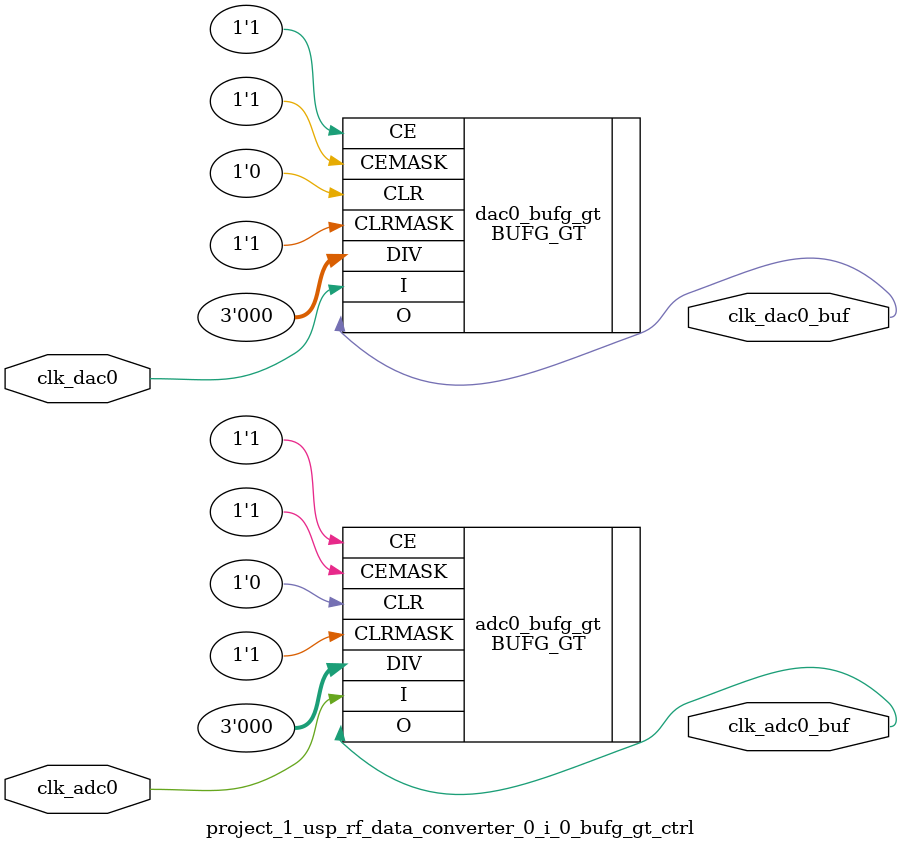
<source format=v>

`timescale 1ns / 1ps

(* DowngradeIPIdentifiedWarnings="yes" *)
module project_1_usp_rf_data_converter_0_i_0_bufg_gt_ctrl (
  // DAC Fabric Feedback Clock for Tile 0
  input    clk_dac0,
  output   clk_dac0_buf,
      
  // ADC Fabric Feedback Clock for Tile 0
  input    clk_adc0,
  
  output   clk_adc0_buf
    
);

  BUFG_GT dac0_bufg_gt
  (
    .I       (clk_dac0),
    .CE      (1'b1),
    .CEMASK  (1'b1),
    .CLR     (1'b0),
    .CLRMASK (1'b1),
    .DIV     (3'b000),
    .O       (clk_dac0_buf)
  );  

 
  BUFG_GT adc0_bufg_gt
  (
    .I       (clk_adc0),
    .CE      (1'b1),
    .CEMASK  (1'b1),
    .CLR     (1'b0),
    .CLRMASK (1'b1),
    .DIV     (3'b000),
    .O       (clk_adc0_buf)
  );  

endmodule

</source>
